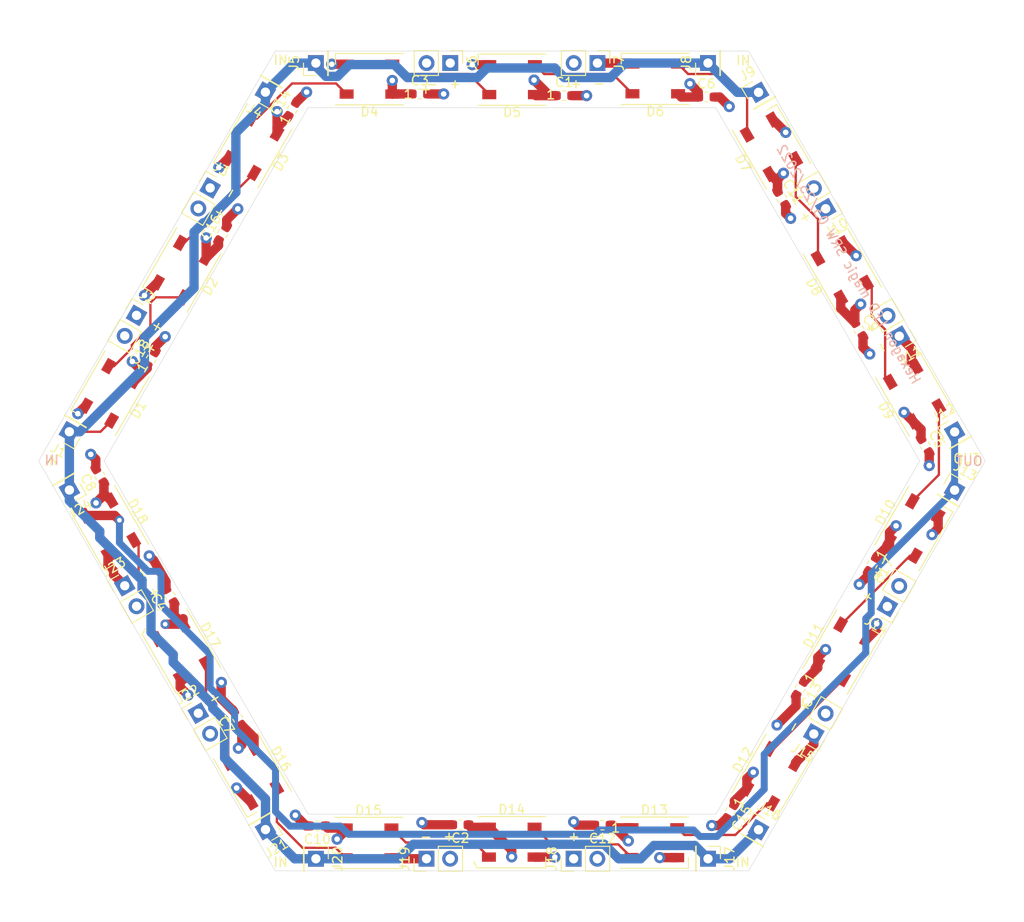
<source format=kicad_pcb>
(kicad_pcb (version 20171130) (host pcbnew "(5.1.6-0-10_14)")
  (layers (0 F.Cu signal) (1 GND signal hide) (2 PWR signal hide) (31 B.Cu signal hide) (34 B.Paste user) (35 F.Paste user) (36 B.SilkS user) (37 F.SilkS user) (38 B.Mask user) (39 F.Mask user) (44 Edge.Cuts user))
  (net 0 "")
  (net 1 GND)
  (net 2 "Net-(D1-Pad2)")
  (net 3 +5V)
  (net 4 "Net-(D2-Pad2)")
  (net 5 "Net-(D3-Pad2)")
  (net 6 "Net-(D4-Pad2)")
  (net 7 "Net-(D5-Pad2)")
  (net 8 "Net-(D6-Pad2)")
  (net 9 "Net-(D7-Pad2)")
  (net 10 "Net-(D8-Pad2)")
  (net 11 "Net-(D10-Pad4)")
  (net 12 "Net-(D11-Pad2)")
  (net 13 "Net-(D12-Pad2)")
  (net 14 "Net-(D13-Pad2)")
  (net 15 "Net-(D14-Pad2)")
  (net 16 "Net-(D15-Pad2)")
  (net 17 "Net-(D16-Pad2)")
  (net 18 "Net-(D17-Pad2)")
  (net 19 /in)
  (net 20 /int)
  (net 21 /out)
  (module Connector_PinHeader_2.54mm:PinHeader_1x02_P2.54mm_Vertical (layer F.Cu) (at 131.576451 133.676989 30)
    (fp_text reference J22 (at 0 -2.33 30) (layer F.SilkS))
    (fp_text value Conn_01x02_Male)
    (pad 2 thru_hole oval (at 0 2.54 30) (size 1.7 1.7) (drill 1) (layers *.Cu *.Mask) (net 1 GND))
    (pad 1 thru_hole rect (at 0 0 30) (size 1.7 1.7) (drill 1) (layers *.Cu *.Mask) (net 3 +5V))
  )
  (module Connector_PinHeader_2.54mm:PinHeader_1x02_P2.54mm_Vertical (layer F.Cu) (at 171.862651 149.293748 90)
    (fp_text reference J18 (at 0 -2.33 90) (layer F.SilkS))
    (fp_text value Conn_01x02_Male)
    (pad 1 thru_hole rect (at 0 0 90) (size 1.7 1.7) (drill 1) (layers *.Cu *.Mask) (net 3 +5V))
    (pad 2 thru_hole oval (at 0 2.54 90) (size 1.7 1.7) (drill 1) (layers *.Cu *.Mask) (net 1 GND))
  )
  (module Connector_PinHeader_2.54mm:PinHeader_1x01_P2.54mm_Vertical (layer F.Cu) (at 186.284307 149.292789 270)
    (fp_text reference J17 (at 0 -2.33 90) (layer F.SilkS))
    (fp_text value Conn_01x01_Male)
    (pad 1 thru_hole rect (at 0 0 270) (size 1.7 1.7) (drill 1) (layers *.Cu *.Mask) (net 19 /in))
  )
  (module Connector_PinHeader_2.54mm:PinHeader_1x01_P2.54mm_Vertical (layer F.Cu) (at 144.197683 149.296615 270)
    (fp_text reference J20 (at 0 -2.33 90) (layer F.SilkS))
    (fp_text value Conn_01x01_Male)
    (pad 1 thru_hole rect (at 0 0 270) (size 1.7 1.7) (drill 1) (layers *.Cu *.Mask) (net 19 /in))
  )
  (module Connector_PinHeader_2.54mm:PinHeader_1x01_P2.54mm_Vertical (layer F.Cu) (at 138.788109 146.166031 210)
    (fp_text reference J21 (at 0 -2.33 30) (layer F.SilkS))
    (fp_text value Conn_01x01_Male)
    (pad 1 thru_hole rect (at 0 0 210) (size 1.7 1.7) (drill 1) (layers *.Cu *.Mask) (net 19 /in))
  )
  (module Connector_PinHeader_2.54mm:PinHeader_1x02_P2.54mm_Vertical (layer F.Cu) (at 123.679225 119.995388 30)
    (fp_text reference J23 (at 0 -2.33 30) (layer F.SilkS))
    (fp_text value Conn_01x02_Male)
    (pad 1 thru_hole rect (at 0 0 30) (size 1.7 1.7) (drill 1) (layers *.Cu *.Mask) (net 1 GND))
    (pad 2 thru_hole oval (at 0 2.54 30) (size 1.7 1.7) (drill 1) (layers *.Cu *.Mask) (net 3 +5V))
  )
  (module Connector_PinHeader_2.54mm:PinHeader_1x01_P2.54mm_Vertical (layer F.Cu) (at 117.741483 109.719858 210)
    (fp_text reference J24 (at 0 -2.33 30) (layer F.SilkS))
    (fp_text value Conn_01x01_Male)
    (pad 1 thru_hole rect (at 0 0 210) (size 1.7 1.7) (drill 1) (layers *.Cu *.Mask) (net 19 /in))
  )
  (module LED_SMD:LED_WS2812B_PLCC4_5.0x5.0mm_P3.2mm (layer F.Cu) (at 122.041129 113.772652 300)
    (fp_text reference D18 (at 0 -3.5 120) (layer F.SilkS))
    (fp_text value WS2812B)
    (pad 3 smd rect (at 2.45 1.6 300) (size 1.5 1) (layers F.Cu F.Paste F.Mask) (net 1 GND))
    (pad 4 smd rect (at 2.45 -1.6 300) (size 1.5 1) (layers F.Cu F.Paste F.Mask) (net 18 "Net-(D17-Pad2)"))
    (pad 2 smd rect (at -2.45 1.6 300) (size 1.5 1) (layers F.Cu F.Paste F.Mask) (net 21 /out))
    (pad 1 smd rect (at -2.45 -1.6 300) (size 1.5 1) (layers F.Cu F.Paste F.Mask) (net 3 +5V))
  )
  (module Connector_PinHeader_2.54mm:PinHeader_1x02_P2.54mm_Vertical (layer F.Cu) (at 156.065424 149.292147 90)
    (fp_text reference J19 (at 0 -2.33 90) (layer F.SilkS))
    (fp_text value Conn_01x02_Male)
    (pad 2 thru_hole oval (at 0 2.54 90) (size 1.7 1.7) (drill 1) (layers *.Cu *.Mask) (net 3 +5V))
    (pad 1 thru_hole rect (at 0 0 90) (size 1.7 1.7) (drill 1) (layers *.Cu *.Mask) (net 1 GND))
  )
  (module LED_SMD:LED_WS2812B_PLCC4_5.0x5.0mm_P3.2mm (layer F.Cu) (at 137.398552 140.324637 300)
    (fp_text reference D16 (at 0 -3.5 120) (layer F.SilkS))
    (fp_text value WS2812B)
    (pad 3 smd rect (at 2.45 1.6 300) (size 1.5 1) (layers F.Cu F.Paste F.Mask) (net 1 GND))
    (pad 4 smd rect (at 2.45 -1.6 300) (size 1.5 1) (layers F.Cu F.Paste F.Mask) (net 16 "Net-(D15-Pad2)"))
    (pad 2 smd rect (at -2.45 1.6 300) (size 1.5 1) (layers F.Cu F.Paste F.Mask) (net 17 "Net-(D16-Pad2)"))
    (pad 1 smd rect (at -2.45 -1.6 300) (size 1.5 1) (layers F.Cu F.Paste F.Mask) (net 3 +5V))
  )
  (module Connector_PinHeader_2.54mm:PinHeader_1x02_P2.54mm_Vertical (layer F.Cu) (at 205.535273 122.223545 150)
    (fp_text reference J14 (at 0 -2.33 150) (layer F.SilkS))
    (fp_text value Conn_01x02_Male)
    (pad 2 thru_hole oval (at 0 2.54 150) (size 1.7 1.7) (drill 1) (layers *.Cu *.Mask) (net 1 GND))
    (pad 1 thru_hole rect (at 0 0 150) (size 1.7 1.7) (drill 1) (layers *.Cu *.Mask) (net 3 +5V))
  )
  (module Connector_PinHeader_2.54mm:PinHeader_1x02_P2.54mm_Vertical (layer F.Cu) (at 197.635273 135.903544 150)
    (fp_text reference J15 (at 0 -2.33 150) (layer F.SilkS))
    (fp_text value Conn_01x02_Male)
    (pad 1 thru_hole rect (at 0 0 150) (size 1.7 1.7) (drill 1) (layers *.Cu *.Mask) (net 1 GND))
    (pad 2 thru_hole oval (at 0 2.54 150) (size 1.7 1.7) (drill 1) (layers *.Cu *.Mask) (net 3 +5V))
  )
  (module Connector_PinHeader_2.54mm:PinHeader_1x01_P2.54mm_Vertical (layer F.Cu) (at 212.745272 109.733545 330)
    (fp_text reference J13 (at 0 -2.33 150) (layer F.SilkS))
    (fp_text value Conn_01x01_Male)
    (pad 1 thru_hole rect (at 0 0 330) (size 1.7 1.7) (drill 1) (layers *.Cu *.Mask) (net 21 /out))
  )
  (module LED_SMD:LED_WS2812B_PLCC4_5.0x5.0mm_P3.2mm (layer F.Cu) (at 208.375274 113.853544 60)
    (fp_text reference D10 (at 0 -3.5 60) (layer F.SilkS))
    (fp_text value WS2812B)
    (fp_text user 1 (at -4.15 -1.6 60) (layer F.SilkS))
    (pad 1 smd rect (at -2.45 -1.6 60) (size 1.5 1) (layers F.Cu F.Paste F.Mask) (net 3 +5V))
    (pad 2 smd rect (at -2.45 1.6 60) (size 1.5 1) (layers F.Cu F.Paste F.Mask) (net 20 /int))
    (pad 4 smd rect (at 2.45 -1.6 60) (size 1.5 1) (layers F.Cu F.Paste F.Mask) (net 11 "Net-(D10-Pad4)"))
    (pad 3 smd rect (at 2.45 1.6 60) (size 1.5 1) (layers F.Cu F.Paste F.Mask) (net 1 GND))
  )
  (module Connector_PinHeader_2.54mm:PinHeader_1x01_P2.54mm_Vertical (layer F.Cu) (at 191.705273 146.183544 330)
    (fp_text reference J16 (at 0 -2.33 150) (layer F.SilkS))
    (fp_text value Conn_01x01_Male)
    (pad 1 thru_hole rect (at 0 0 330) (size 1.7 1.7) (drill 1) (layers *.Cu *.Mask) (net 19 /in))
  )
  (module LED_SMD:LED_WS2812B_PLCC4_5.0x5.0mm_P3.2mm (layer F.Cu) (at 193.065273 140.433544 60)
    (fp_text reference D12 (at 0 -3.5 60) (layer F.SilkS))
    (fp_text value WS2812B)
    (fp_text user 1 (at -4.15 -1.6 60) (layer F.SilkS))
    (pad 3 smd rect (at 2.45 1.6 60) (size 1.5 1) (layers F.Cu F.Paste F.Mask) (net 1 GND))
    (pad 4 smd rect (at 2.45 -1.6 60) (size 1.5 1) (layers F.Cu F.Paste F.Mask) (net 12 "Net-(D11-Pad2)"))
    (pad 2 smd rect (at -2.45 1.6 60) (size 1.5 1) (layers F.Cu F.Paste F.Mask) (net 13 "Net-(D12-Pad2)"))
    (pad 1 smd rect (at -2.45 -1.6 60) (size 1.5 1) (layers F.Cu F.Paste F.Mask) (net 3 +5V))
  )
  (module LED_SMD:LED_WS2812B_PLCC4_5.0x5.0mm_P3.2mm (layer F.Cu) (at 200.675273 127.083544 60)
    (fp_text reference D11 (at 0 -3.5 60) (layer F.SilkS))
    (fp_text value WS2812B)
    (fp_text user 1 (at -4.15 -1.6 60) (layer F.SilkS))
    (pad 3 smd rect (at 2.45 1.6 60) (size 1.5 1) (layers F.Cu F.Paste F.Mask) (net 1 GND))
    (pad 4 smd rect (at 2.45 -1.6 60) (size 1.5 1) (layers F.Cu F.Paste F.Mask) (net 20 /int))
    (pad 2 smd rect (at -2.45 1.6 60) (size 1.5 1) (layers F.Cu F.Paste F.Mask) (net 12 "Net-(D11-Pad2)"))
    (pad 1 smd rect (at -2.45 -1.6 60) (size 1.5 1) (layers F.Cu F.Paste F.Mask) (net 3 +5V))
  )
  (module LED_SMD:LED_WS2812B_PLCC4_5.0x5.0mm_P3.2mm (layer F.Cu) (at 208.452005 99.430629 120)
    (fp_text reference D9 (at 0 -3.5 120) (layer F.SilkS))
    (fp_text value WS2812B)
    (pad 1 smd rect (at -2.45 -1.6 120) (size 1.5 1) (layers F.Cu F.Paste F.Mask) (net 3 +5V))
    (pad 2 smd rect (at -2.45 1.6 120) (size 1.5 1) (layers F.Cu F.Paste F.Mask) (net 11 "Net-(D10-Pad4)"))
    (pad 4 smd rect (at 2.45 -1.6 120) (size 1.5 1) (layers F.Cu F.Paste F.Mask) (net 10 "Net-(D8-Pad2)"))
    (pad 3 smd rect (at 2.45 1.6 120) (size 1.5 1) (layers F.Cu F.Paste F.Mask) (net 1 GND))
  )
  (module LED_SMD:LED_WS2812B_PLCC4_5.0x5.0mm_P3.2mm (layer F.Cu) (at 193.088049 72.88178 120)
    (fp_text reference D7 (at 0 -3.5 120) (layer F.SilkS))
    (fp_text value WS2812B)
    (pad 3 smd rect (at 2.45 1.6 120) (size 1.5 1) (layers F.Cu F.Paste F.Mask) (net 1 GND))
    (pad 4 smd rect (at 2.45 -1.6 120) (size 1.5 1) (layers F.Cu F.Paste F.Mask) (net 8 "Net-(D6-Pad2)"))
    (pad 2 smd rect (at -2.45 1.6 120) (size 1.5 1) (layers F.Cu F.Paste F.Mask) (net 9 "Net-(D7-Pad2)"))
    (pad 1 smd rect (at -2.45 -1.6 120) (size 1.5 1) (layers F.Cu F.Paste F.Mask) (net 3 +5V))
  )
  (module Connector_PinHeader_2.54mm:PinHeader_1x01_P2.54mm_Vertical (layer F.Cu) (at 212.75165 103.483424 30)
    (fp_text reference J12 (at 0 -2.33 30) (layer F.SilkS))
    (fp_text value Conn_01x01_Male)
    (pad 1 thru_hole rect (at 0 0 30) (size 1.7 1.7) (drill 1) (layers *.Cu *.Mask) (net 21 /out))
  )
  (module Connector_PinHeader_2.54mm:PinHeader_1x01_P2.54mm_Vertical (layer F.Cu) (at 191.705025 67.037252 30)
    (fp_text reference J9 (at 0 -2.33 30) (layer F.SilkS))
    (fp_text value Conn_01x01_Male)
    (pad 1 thru_hole rect (at 0 0 30) (size 1.7 1.7) (drill 1) (layers *.Cu *.Mask) (net 19 /in))
  )
  (module Connector_PinHeader_2.54mm:PinHeader_1x02_P2.54mm_Vertical (layer F.Cu) (at 198.916683 79.526293 210)
    (fp_text reference J10 (at 0 -2.33 30) (layer F.SilkS))
    (fp_text value Conn_01x02_Male)
    (pad 1 thru_hole rect (at 0 0 210) (size 1.7 1.7) (drill 1) (layers *.Cu *.Mask) (net 3 +5V))
    (pad 2 thru_hole oval (at 0 2.54 210) (size 1.7 1.7) (drill 1) (layers *.Cu *.Mask) (net 1 GND))
  )
  (module Connector_PinHeader_2.54mm:PinHeader_1x02_P2.54mm_Vertical (layer F.Cu) (at 206.81391 93.207893 210)
    (fp_text reference J11 (at 0 -2.33 30) (layer F.SilkS))
    (fp_text value Conn_01x02_Male)
    (pad 2 thru_hole oval (at 0 2.54 210) (size 1.7 1.7) (drill 1) (layers *.Cu *.Mask) (net 3 +5V))
    (pad 1 thru_hole rect (at 0 0 210) (size 1.7 1.7) (drill 1) (layers *.Cu *.Mask) (net 1 GND))
  )
  (module LED_SMD:LED_WS2812B_PLCC4_5.0x5.0mm_P3.2mm (layer F.Cu) (at 200.695565 86.165177 120)
    (fp_text reference D8 (at 0 -3.5 120) (layer F.SilkS))
    (fp_text value WS2812B)
    (pad 1 smd rect (at -2.45 -1.6 120) (size 1.5 1) (layers F.Cu F.Paste F.Mask) (net 3 +5V))
    (pad 2 smd rect (at -2.45 1.6 120) (size 1.5 1) (layers F.Cu F.Paste F.Mask) (net 10 "Net-(D8-Pad2)"))
    (pad 4 smd rect (at 2.45 -1.6 120) (size 1.5 1) (layers F.Cu F.Paste F.Mask) (net 9 "Net-(D7-Pad2)"))
    (pad 3 smd rect (at 2.45 1.6 120) (size 1.5 1) (layers F.Cu F.Paste F.Mask) (net 1 GND))
  )
  (module Connector_PinHeader_2.54mm:PinHeader_1x02_P2.54mm_Vertical (layer F.Cu) (at 158.614808 63.896332 270)
    (fp_text reference J6 (at 0 -2.33 90) (layer F.SilkS))
    (fp_text value Conn_01x02_Male)
    (pad 2 thru_hole oval (at 0 2.54 270) (size 1.7 1.7) (drill 1) (layers *.Cu *.Mask) (net 1 GND))
    (pad 1 thru_hole rect (at 0 0 270) (size 1.7 1.7) (drill 1) (layers *.Cu *.Mask) (net 3 +5V))
  )
  (module Connector_PinHeader_2.54mm:PinHeader_1x02_P2.54mm_Vertical (layer F.Cu) (at 174.412035 63.897933 270)
    (fp_text reference J7 (at 0 -2.33 90) (layer F.SilkS))
    (fp_text value Conn_01x02_Male)
    (pad 1 thru_hole rect (at 0 0 270) (size 1.7 1.7) (drill 1) (layers *.Cu *.Mask) (net 1 GND))
    (pad 2 thru_hole oval (at 0 2.54 270) (size 1.7 1.7) (drill 1) (layers *.Cu *.Mask) (net 3 +5V))
  )
  (module Connector_PinHeader_2.54mm:PinHeader_1x01_P2.54mm_Vertical (layer F.Cu) (at 144.193151 63.897289 90)
    (fp_text reference J5 (at 0 -2.33 90) (layer F.SilkS))
    (fp_text value Conn_01x01_Male)
    (pad 1 thru_hole rect (at 0 0 90) (size 1.7 1.7) (drill 1) (layers *.Cu *.Mask) (net 19 /in))
  )
  (module LED_SMD:LED_WS2812B_PLCC4_5.0x5.0mm_P3.2mm (layer F.Cu) (at 149.946174 65.621819 180)
    (fp_text reference D4 (at 0 -3.5) (layer F.SilkS))
    (fp_text value WS2812B)
    (fp_text user 1 (at -4.15 -1.6) (layer F.SilkS))
    (pad 1 smd rect (at -2.45 -1.6 180) (size 1.5 1) (layers F.Cu F.Paste F.Mask) (net 3 +5V))
    (pad 2 smd rect (at -2.45 1.6 180) (size 1.5 1) (layers F.Cu F.Paste F.Mask) (net 6 "Net-(D4-Pad2)"))
    (pad 4 smd rect (at 2.45 -1.6 180) (size 1.5 1) (layers F.Cu F.Paste F.Mask) (net 5 "Net-(D3-Pad2)"))
    (pad 3 smd rect (at 2.45 1.6 180) (size 1.5 1) (layers F.Cu F.Paste F.Mask) (net 1 GND))
  )
  (module Connector_PinHeader_2.54mm:PinHeader_1x01_P2.54mm_Vertical (layer F.Cu) (at 186.279776 63.893464 90)
    (fp_text reference J8 (at 0 -2.33 90) (layer F.SilkS))
    (fp_text value Conn_01x01_Male)
    (pad 1 thru_hole rect (at 0 0 90) (size 1.7 1.7) (drill 1) (layers *.Cu *.Mask) (net 19 /in))
  )
  (module LED_SMD:LED_WS2812B_PLCC4_5.0x5.0mm_P3.2mm (layer F.Cu) (at 180.62013 65.590669 180)
    (fp_text reference D6 (at 0 -3.5) (layer F.SilkS))
    (fp_text value WS2812B)
    (pad 3 smd rect (at 2.45 1.6 180) (size 1.5 1) (layers F.Cu F.Paste F.Mask) (net 1 GND))
    (pad 4 smd rect (at 2.45 -1.6 180) (size 1.5 1) (layers F.Cu F.Paste F.Mask) (net 7 "Net-(D5-Pad2)"))
    (pad 2 smd rect (at -2.45 1.6 180) (size 1.5 1) (layers F.Cu F.Paste F.Mask) (net 8 "Net-(D6-Pad2)"))
    (pad 1 smd rect (at -2.45 -1.6 180) (size 1.5 1) (layers F.Cu F.Paste F.Mask) (net 3 +5V))
  )
  (module LED_SMD:LED_WS2812B_PLCC4_5.0x5.0mm_P3.2mm (layer F.Cu) (at 165.253691 65.675216 180)
    (fp_text reference D5 (at 0 -3.5) (layer F.SilkS))
    (fp_text value WS2812B)
    (fp_text user 1 (at -4.15 -1.6) (layer F.SilkS))
    (pad 3 smd rect (at 2.45 1.6 180) (size 1.5 1) (layers F.Cu F.Paste F.Mask) (net 1 GND))
    (pad 4 smd rect (at 2.45 -1.6 180) (size 1.5 1) (layers F.Cu F.Paste F.Mask) (net 6 "Net-(D4-Pad2)"))
    (pad 2 smd rect (at -2.45 1.6 180) (size 1.5 1) (layers F.Cu F.Paste F.Mask) (net 7 "Net-(D5-Pad2)"))
    (pad 1 smd rect (at -2.45 -1.6 180) (size 1.5 1) (layers F.Cu F.Paste F.Mask) (net 3 +5V))
  )
  (module LED_SMD:LED_WS2812B_PLCC4_5.0x5.0mm_P3.2mm (layer F.Cu) (at 137.417198 72.766826 240)
    (fp_text reference D3 (at 0 -3.5 60) (layer F.SilkS))
    (fp_text value WS2812B)
    (fp_text user 1 (at -4.15 -1.6 60) (layer F.SilkS))
    (pad 1 smd rect (at -2.45 -1.6 240) (size 1.5 1) (layers F.Cu F.Paste F.Mask) (net 3 +5V))
    (pad 2 smd rect (at -2.45 1.6 240) (size 1.5 1) (layers F.Cu F.Paste F.Mask) (net 5 "Net-(D3-Pad2)"))
    (pad 4 smd rect (at 2.45 -1.6 240) (size 1.5 1) (layers F.Cu F.Paste F.Mask) (net 4 "Net-(D2-Pad2)"))
    (pad 3 smd rect (at 2.45 1.6 240) (size 1.5 1) (layers F.Cu F.Paste F.Mask) (net 1 GND))
  )
  (module LED_SMD:LED_WS2812B_PLCC4_5.0x5.0mm_P3.2mm (layer F.Cu) (at 122.107198 99.346826 240)
    (fp_text reference D1 (at 0 -3.5 60) (layer F.SilkS))
    (fp_text value WS2812B)
    (fp_text user 1 (at -4.15 -1.6 60) (layer F.SilkS))
    (pad 3 smd rect (at 2.45 1.6 240) (size 1.5 1) (layers F.Cu F.Paste F.Mask) (net 1 GND))
    (pad 4 smd rect (at 2.45 -1.6 240) (size 1.5 1) (layers F.Cu F.Paste F.Mask) (net 19 /in))
    (pad 2 smd rect (at -2.45 1.6 240) (size 1.5 1) (layers F.Cu F.Paste F.Mask) (net 2 "Net-(D1-Pad2)"))
    (pad 1 smd rect (at -2.45 -1.6 240) (size 1.5 1) (layers F.Cu F.Paste F.Mask) (net 3 +5V))
  )
  (module Connector_PinHeader_2.54mm:PinHeader_1x01_P2.54mm_Vertical (layer F.Cu) (at 138.777199 67.016826 150)
    (fp_text reference J4 (at 0 -2.33 150) (layer F.SilkS))
    (fp_text value Conn_01x01_Male)
    (pad 1 thru_hole rect (at 0 0 150) (size 1.7 1.7) (drill 1) (layers *.Cu *.Mask) (net 19 /in))
  )
  (module Connector_PinHeader_2.54mm:PinHeader_1x01_P2.54mm_Vertical (layer F.Cu) (at 117.7372 103.466824 150)
    (fp_text reference J1 (at 0 -2.33 150) (layer F.SilkS))
    (fp_text value Conn_01x01_Male)
    (pad 1 thru_hole rect (at 0 0 150) (size 1.7 1.7) (drill 1) (layers *.Cu *.Mask) (net 19 /in))
  )
  (module Connector_PinHeader_2.54mm:PinHeader_1x02_P2.54mm_Vertical (layer F.Cu) (at 124.947198 90.976825 330)
    (fp_text reference J2 (at 0 -2.33 150) (layer F.SilkS))
    (fp_text value Conn_01x02_Male)
    (pad 1 thru_hole rect (at 0 0 330) (size 1.7 1.7) (drill 1) (layers *.Cu *.Mask) (net 3 +5V))
    (pad 2 thru_hole oval (at 0 2.54 330) (size 1.7 1.7) (drill 1) (layers *.Cu *.Mask) (net 1 GND))
  )
  (module Connector_PinHeader_2.54mm:PinHeader_1x02_P2.54mm_Vertical (layer F.Cu) (at 132.847198 77.296826 330)
    (fp_text reference J3 (at 0 -2.33 150) (layer F.SilkS))
    (fp_text value Conn_01x02_Male)
    (pad 2 thru_hole oval (at 0 2.54 330) (size 1.7 1.7) (drill 1) (layers *.Cu *.Mask) (net 3 +5V))
    (pad 1 thru_hole rect (at 0 0 330) (size 1.7 1.7) (drill 1) (layers *.Cu *.Mask) (net 1 GND))
  )
  (module LED_SMD:LED_WS2812B_PLCC4_5.0x5.0mm_P3.2mm (layer F.Cu) (at 129.807199 86.116826 240)
    (fp_text reference D2 (at 0 -3.5 60) (layer F.SilkS))
    (fp_text value WS2812B)
    (pad 1 smd rect (at -2.45 -1.6 240) (size 1.5 1) (layers F.Cu F.Paste F.Mask) (net 3 +5V))
    (pad 2 smd rect (at -2.45 1.6 240) (size 1.5 1) (layers F.Cu F.Paste F.Mask) (net 4 "Net-(D2-Pad2)"))
    (pad 4 smd rect (at 2.45 -1.6 240) (size 1.5 1) (layers F.Cu F.Paste F.Mask) (net 2 "Net-(D1-Pad2)"))
    (pad 3 smd rect (at 2.45 1.6 240) (size 1.5 1) (layers F.Cu F.Paste F.Mask) (net 1 GND))
  )
  (module LED_SMD:LED_WS2812B_PLCC4_5.0x5.0mm_P3.2mm (layer F.Cu) (at 180.524753 147.571394)
    (fp_text reference D13 (at 0 -3.5) (layer F.SilkS))
    (fp_text value WS2812B)
    (fp_text user 1 (at -4.15 -1.6) (layer F.SilkS))
    (pad 1 smd rect (at -2.45 -1.6) (size 1.5 1) (layers F.Cu F.Paste F.Mask) (net 3 +5V))
    (pad 2 smd rect (at -2.45 1.6) (size 1.5 1) (layers F.Cu F.Paste F.Mask) (net 14 "Net-(D13-Pad2)"))
    (pad 4 smd rect (at 2.45 -1.6) (size 1.5 1) (layers F.Cu F.Paste F.Mask) (net 13 "Net-(D12-Pad2)"))
    (pad 3 smd rect (at 2.45 1.6) (size 1.5 1) (layers F.Cu F.Paste F.Mask) (net 1 GND))
  )
  (module LED_SMD:LED_WS2812B_PLCC4_5.0x5.0mm_P3.2mm (layer F.Cu) (at 149.850797 147.602545)
    (fp_text reference D15 (at 0 -3.5) (layer F.SilkS))
    (fp_text value WS2812B)
    (pad 3 smd rect (at 2.45 1.6) (size 1.5 1) (layers F.Cu F.Paste F.Mask) (net 1 GND))
    (pad 4 smd rect (at 2.45 -1.6) (size 1.5 1) (layers F.Cu F.Paste F.Mask) (net 15 "Net-(D14-Pad2)"))
    (pad 2 smd rect (at -2.45 1.6) (size 1.5 1) (layers F.Cu F.Paste F.Mask) (net 16 "Net-(D15-Pad2)"))
    (pad 1 smd rect (at -2.45 -1.6) (size 1.5 1) (layers F.Cu F.Paste F.Mask) (net 3 +5V))
  )
  (module LED_SMD:LED_WS2812B_PLCC4_5.0x5.0mm_P3.2mm (layer F.Cu) (at 165.217236 147.517998)
    (fp_text reference D14 (at 0 -3.5) (layer F.SilkS))
    (fp_text value WS2812B)
    (pad 3 smd rect (at 2.45 1.6) (size 1.5 1) (layers F.Cu F.Paste F.Mask) (net 1 GND))
    (pad 4 smd rect (at 2.45 -1.6) (size 1.5 1) (layers F.Cu F.Paste F.Mask) (net 14 "Net-(D13-Pad2)"))
    (pad 2 smd rect (at -2.45 1.6) (size 1.5 1) (layers F.Cu F.Paste F.Mask) (net 15 "Net-(D14-Pad2)"))
    (pad 1 smd rect (at -2.45 -1.6) (size 1.5 1) (layers F.Cu F.Paste F.Mask) (net 3 +5V))
  )
  (module LED_SMD:LED_WS2812B_PLCC4_5.0x5.0mm_P3.2mm (layer F.Cu) (at 129.791036 127.04124 300)
    (fp_text reference D17 (at 0 -3.5 120) (layer F.SilkS))
    (fp_text value WS2812B)
    (pad 1 smd rect (at -2.45 -1.6 300) (size 1.5 1) (layers F.Cu F.Paste F.Mask) (net 3 +5V))
    (pad 2 smd rect (at -2.45 1.6 300) (size 1.5 1) (layers F.Cu F.Paste F.Mask) (net 18 "Net-(D17-Pad2)"))
    (pad 4 smd rect (at 2.45 -1.6 300) (size 1.5 1) (layers F.Cu F.Paste F.Mask) (net 17 "Net-(D16-Pad2)"))
    (pad 3 smd rect (at 2.45 1.6 300) (size 1.5 1) (layers F.Cu F.Paste F.Mask) (net 1 GND))
  )
  (module Capacitor_SMD:C_0603_1608Metric_Pad1.05x0.95mm_HandSolder (layer F.Cu) (at 170.83 67.39)
    (fp_text reference C1 (at 0 -1.43) (layer F.SilkS))
    (fp_text value C)
    (pad 2 smd roundrect (at 0.875 0) (size 1.05 0.95) (layers F.Cu F.Paste F.Mask) (net 1 GND))
    (pad 1 smd roundrect (at -0.875 0) (size 1.05 0.95) (layers F.Cu F.Paste F.Mask) (net 3 +5V))
  )
  (module Capacitor_SMD:C_0603_1608Metric_Pad1.05x0.95mm_HandSolder (layer F.Cu) (at 159.7 145.65 180)
    (fp_text reference C2 (at 0 -1.43) (layer F.SilkS))
    (fp_text value C)
    (pad 2 smd roundrect (at 0.875 0 180) (size 1.05 0.95) (layers F.Cu F.Paste F.Mask) (net 1 GND))
    (pad 1 smd roundrect (at -0.875 0 180) (size 1.05 0.95) (layers F.Cu F.Paste F.Mask) (net 3 +5V))
  )
  (module Capacitor_SMD:C_0603_1608Metric_Pad1.05x0.95mm_HandSolder (layer F.Cu) (at 155.355 67.21)
    (fp_text reference C3 (at 0 -1.43) (layer F.SilkS))
    (fp_text value C)
    (pad 1 smd roundrect (at -0.875 0) (size 1.05 0.95) (layers F.Cu F.Paste F.Mask) (net 3 +5V))
    (pad 2 smd roundrect (at 0.875 0) (size 1.05 0.95) (layers F.Cu F.Paste F.Mask) (net 1 GND))
  )
  (module Capacitor_SMD:C_0603_1608Metric_Pad1.05x0.95mm_HandSolder (layer F.Cu) (at 128.5475 121.067772 120)
    (fp_text reference C4 (at 0 -1.43 120) (layer F.SilkS))
    (fp_text value C)
    (pad 2 smd roundrect (at 0.875 0 120) (size 1.05 0.95) (layers F.Cu F.Paste F.Mask) (net 1 GND))
    (pad 1 smd roundrect (at -0.875 0 120) (size 1.05 0.95) (layers F.Cu F.Paste F.Mask) (net 3 +5V))
  )
  (module Capacitor_SMD:C_0603_1608Metric_Pad1.05x0.95mm_HandSolder (layer F.Cu) (at 209.5875 104.957772 300)
    (fp_text reference C5 (at 0 -1.43 120) (layer F.SilkS))
    (fp_text value C)
    (pad 2 smd roundrect (at 0.875 0 300) (size 1.05 0.95) (layers F.Cu F.Paste F.Mask) (net 1 GND))
    (pad 1 smd roundrect (at -0.875 0 300) (size 1.05 0.95) (layers F.Cu F.Paste F.Mask) (net 3 +5V))
  )
  (module Capacitor_SMD:C_0603_1608Metric_Pad1.05x0.95mm_HandSolder (layer F.Cu) (at 186.105 67.54)
    (fp_text reference C6 (at 0 -1.43) (layer F.SilkS))
    (fp_text value C)
    (pad 2 smd roundrect (at 0.875 0) (size 1.05 0.95) (layers F.Cu F.Paste F.Mask) (net 1 GND))
    (pad 1 smd roundrect (at -0.875 0) (size 1.05 0.95) (layers F.Cu F.Paste F.Mask) (net 3 +5V))
  )
  (module Capacitor_SMD:C_0603_1608Metric_Pad1.05x0.95mm_HandSolder (layer F.Cu) (at 135.81 134.22 120)
    (fp_text reference C7 (at 0 -1.43 120) (layer F.SilkS))
    (fp_text value C)
    (pad 2 smd roundrect (at 0.875 0 120) (size 1.05 0.95) (layers F.Cu F.Paste F.Mask) (net 1 GND))
    (pad 1 smd roundrect (at -0.875 0 120) (size 1.05 0.95) (layers F.Cu F.Paste F.Mask) (net 3 +5V))
  )
  (module Capacitor_SMD:C_0603_1608Metric_Pad1.05x0.95mm_HandSolder (layer F.Cu) (at 121.0075 108.197772 120)
    (fp_text reference C8 (at 0 -1.43 120) (layer F.SilkS))
    (fp_text value C)
    (pad 2 smd roundrect (at 0.875 0 120) (size 1.05 0.95) (layers F.Cu F.Paste F.Mask) (net 1 GND))
    (pad 1 smd roundrect (at -0.875 0 120) (size 1.05 0.95) (layers F.Cu F.Paste F.Mask) (net 3 +5V))
  )
  (module Capacitor_SMD:C_0603_1608Metric_Pad1.05x0.95mm_HandSolder (layer F.Cu) (at 202.48 92.5 300)
    (fp_text reference C9 (at 0 -1.43 120) (layer F.SilkS))
    (fp_text value C)
    (pad 2 smd roundrect (at 0.875 0 300) (size 1.05 0.95) (layers F.Cu F.Paste F.Mask) (net 1 GND))
    (pad 1 smd roundrect (at -0.875 0 300) (size 1.05 0.95) (layers F.Cu F.Paste F.Mask) (net 3 +5V))
  )
  (module Capacitor_SMD:C_0603_1608Metric_Pad1.05x0.95mm_HandSolder (layer F.Cu) (at 144.355 145.77 180)
    (fp_text reference C10 (at 0 -1.43) (layer F.SilkS))
    (fp_text value C)
    (pad 1 smd roundrect (at -0.875 0 180) (size 1.05 0.95) (layers F.Cu F.Paste F.Mask) (net 3 +5V))
    (pad 2 smd roundrect (at 0.875 0 180) (size 1.05 0.95) (layers F.Cu F.Paste F.Mask) (net 1 GND))
  )
  (module Capacitor_SMD:C_0603_1608Metric_Pad1.05x0.95mm_HandSolder (layer F.Cu) (at 194.18 78.42 300)
    (fp_text reference C11 (at 0 -1.43 120) (layer F.SilkS))
    (fp_text value C)
    (pad 1 smd roundrect (at -0.875 0 300) (size 1.05 0.95) (layers F.Cu F.Paste F.Mask) (net 3 +5V))
    (pad 2 smd roundrect (at 0.875 0 300) (size 1.05 0.95) (layers F.Cu F.Paste F.Mask) (net 1 GND))
  )
  (module Capacitor_SMD:C_0603_1608Metric_Pad1.05x0.95mm_HandSolder (layer F.Cu) (at 174.945 145.69 180)
    (fp_text reference C12 (at 0 -1.43) (layer F.SilkS))
    (fp_text value C)
    (pad 1 smd roundrect (at -0.875 0 180) (size 1.05 0.95) (layers F.Cu F.Paste F.Mask) (net 3 +5V))
    (pad 2 smd roundrect (at 0.875 0 180) (size 1.05 0.95) (layers F.Cu F.Paste F.Mask) (net 1 GND))
  )
  (module Capacitor_SMD:C_0603_1608Metric_Pad1.05x0.95mm_HandSolder (layer F.Cu) (at 196.17 131.01 240)
    (fp_text reference C13 (at 0 -1.43 60) (layer F.SilkS))
    (fp_text value C)
    (pad 1 smd roundrect (at -0.875 0 240) (size 1.05 0.95) (layers F.Cu F.Paste F.Mask) (net 3 +5V))
    (pad 2 smd roundrect (at 0.875 0 240) (size 1.05 0.95) (layers F.Cu F.Paste F.Mask) (net 1 GND))
  )
  (module Capacitor_SMD:C_0603_1608Metric_Pad1.05x0.95mm_HandSolder (layer F.Cu) (at 141.6625 68.867772 60)
    (fp_text reference C14 (at 0 -1.43 60) (layer F.SilkS))
    (fp_text value C)
    (pad 1 smd roundrect (at -0.875 0 60) (size 1.05 0.95) (layers F.Cu F.Paste F.Mask) (net 3 +5V))
    (pad 2 smd roundrect (at 0.875 0 60) (size 1.05 0.95) (layers F.Cu F.Paste F.Mask) (net 1 GND))
  )
  (module Capacitor_SMD:C_0603_1608Metric_Pad1.05x0.95mm_HandSolder (layer F.Cu) (at 188.68 144.23 240)
    (fp_text reference C15 (at 0 -1.43 60) (layer F.SilkS))
    (fp_text value C)
    (pad 2 smd roundrect (at 0.875 0 240) (size 1.05 0.95) (layers F.Cu F.Paste F.Mask) (net 1 GND))
    (pad 1 smd roundrect (at -0.875 0 240) (size 1.05 0.95) (layers F.Cu F.Paste F.Mask) (net 3 +5V))
  )
  (module Capacitor_SMD:C_0603_1608Metric_Pad1.05x0.95mm_HandSolder (layer F.Cu) (at 134.1825 82.207772 60)
    (fp_text reference C16 (at 0 -1.43 60) (layer F.SilkS))
    (fp_text value C)
    (pad 1 smd roundrect (at -0.875 0 60) (size 1.05 0.95) (layers F.Cu F.Paste F.Mask) (net 3 +5V))
    (pad 2 smd roundrect (at 0.875 0 60) (size 1.05 0.95) (layers F.Cu F.Paste F.Mask) (net 1 GND))
  )
  (module Capacitor_SMD:C_0603_1608Metric_Pad1.05x0.95mm_HandSolder (layer F.Cu) (at 203.91 117.71 240)
    (fp_text reference C17 (at 0 -1.43 60) (layer F.SilkS))
    (fp_text value C)
    (pad 1 smd roundrect (at -0.875 0 240) (size 1.05 0.95) (layers F.Cu F.Paste F.Mask) (net 3 +5V))
    (pad 2 smd roundrect (at 0.875 0 240) (size 1.05 0.95) (layers F.Cu F.Paste F.Mask) (net 1 GND))
  )
  (module Capacitor_SMD:C_0603_1608Metric_Pad1.05x0.95mm_HandSolder (layer F.Cu) (at 126.5275 95.642228 60)
    (fp_text reference C18 (at 0 -1.43 60) (layer F.SilkS))
    (fp_text value C)
    (pad 1 smd roundrect (at -0.875 0 60) (size 1.05 0.95) (layers F.Cu F.Paste F.Mask) (net 3 +5V))
    (pad 2 smd roundrect (at 0.875 0 60) (size 1.05 0.95) (layers F.Cu F.Paste F.Mask) (net 1 GND))
  )
  (gr_text "Hexagon LED magic SRW 03/25/2022" (at 201.37 85.49 300) (layer B.SilkS) (effects (font (size 1 1)) (justify mirror)))
  (gr_text OUT (at 214.32 106.62) (layer B.SilkS) (effects (font (size 1 1)) (justify mirror)))
  (gr_text IN (at 115.84 106.54) (layer B.SilkS) (effects (font (size 1 1)) (justify mirror)))
  (gr_text OUT (at 214.04 106.35) (layer F.SilkS) (effects (font (size 1 1))))
  (gr_text IN (at 190.011865 149.688397) (layer F.SilkS) (effects (font (size 1 1))))
  (gr_text IN (at 140.421866 149.668397) (layer F.SilkS) (effects (font (size 1 1))))
  (gr_text + (at 196.775263 80.396769 300) (layer F.SilkS) (effects (font (size 1 1))))
  (gr_text - (at 195.505622 78.277686 300) (layer F.SilkS) (effects (font (size 1 1))))
  (gr_text + (at 203.644737 92.343231 120) (layer F.SilkS) (effects (font (size 1 1))))
  (gr_text - (at 204.914378 94.462314 120) (layer F.SilkS) (effects (font (size 1 1))))
  (gr_text + (at 203.505263 121.226769 240) (layer F.SilkS) (effects (font (size 1 1))))
  (gr_text - (at 204.705622 119.067686 240) (layer F.SilkS) (effects (font (size 1 1))))
  (gr_text + (at 196.634737 132.933231 60) (layer F.SilkS) (effects (font (size 1 1))))
  (gr_text - (at 195.434378 135.092314 60) (layer F.SilkS) (effects (font (size 1 1))))
  (gr_text + (at 171.89 147.03 180) (layer F.SilkS) (effects (font (size 1 1))))
  (gr_text - (at 174.36 146.99 180) (layer F.SilkS) (effects (font (size 1 1))))
  (gr_text + (at 158.49 146.87) (layer F.SilkS) (effects (font (size 1 1))))
  (gr_text - (at 156.02 146.91) (layer F.SilkS) (effects (font (size 1 1))))
  (gr_text + (at 133.304737 132.163231 120) (layer F.SilkS) (effects (font (size 1 1))))
  (gr_text - (at 134.574378 134.282314 120) (layer F.SilkS) (effects (font (size 1 1))))
  (gr_text + (at 126.935263 120.686769 300) (layer F.SilkS) (effects (font (size 1 1))))
  (gr_text - (at 125.665622 118.567686 300) (layer F.SilkS) (effects (font (size 1 1))))
  (gr_text + (at 127.084737 92.153231 60) (layer F.SilkS) (effects (font (size 1 1))))
  (gr_text - (at 125.884378 94.312314 60) (layer F.SilkS) (effects (font (size 1 1))))
  (gr_text + (at 133.935263 80.066769 240) (layer F.SilkS) (effects (font (size 1 1))))
  (gr_text - (at 135.135622 77.907686 240) (layer F.SilkS) (effects (font (size 1 1))))
  (gr_text - (at 156.67 66.15) (layer F.SilkS) (effects (font (size 1 1))))
  (gr_text + (at 159.14 66.11) (layer F.SilkS) (effects (font (size 1 1))))
  (gr_text + (at 172.11 66.25 180) (layer F.SilkS) (effects (font (size 1 1))))
  (gr_line (start 139.837529 150.59372) (end 114.437529 106.59963) (layer Edge.Cuts) (width 0.05))
  (gr_text IN (at 115.82 106.56) (layer F.SilkS) (effects (font (size 1 1))))
  (gr_text + (at 126.404918 94.48995 60) (layer F.SilkS) (effects (font (size 1 1))))
  (gr_text IN (at 140.42 63.58) (layer F.SilkS) (effects (font (size 1 1))))
  (gr_text + (at 155.999368 66.668612) (layer F.SilkS) (effects (font (size 1 1))))
  (gr_text - (at 174.58 66.21 180) (layer F.SilkS) (effects (font (size 1 1))))
  (gr_text IN (at 190.07 63.63) (layer F.SilkS) (effects (font (size 1 1))))
  (gr_text + (at 204.691614 118.757301 240) (layer F.SilkS) (effects (font (size 1 1))))
  (gr_line (start 143.361819 144.505971) (end 121.462529 106.607471) (layer Edge.Cuts) (width 0.05))
  (gr_line (start 187.13182 144.505971) (end 143.361819 144.505971) (layer Edge.Cuts) (width 0.05))
  (gr_line (start 209.003238 106.591378) (end 187.13182 144.505971) (layer Edge.Cuts) (width 0.05))
  (gr_line (start 187.113239 68.693287) (end 209.003238 106.591378) (layer Edge.Cuts) (width 0.05))
  (gr_line (start 143.343238 68.693287) (end 187.113239 68.693287) (layer Edge.Cuts) (width 0.05))
  (gr_line (start 121.462529 106.607471) (end 143.343238 68.693287) (layer Edge.Cuts) (width 0.05))
  (gr_line (start 114.437529 106.599629) (end 139.837529 62.605538) (layer Edge.Cuts) (width 0.05))
  (gr_line (start 139.837529 62.605538) (end 190.637529 62.605538) (layer Edge.Cuts) (width 0.05))
  (gr_line (start 190.637529 62.605538) (end 216.037529 106.599629) (layer Edge.Cuts) (width 0.05))
  (gr_line (start 216.037529 106.599629) (end 190.637529 150.59372) (layer Edge.Cuts) (width 0.05))
  (gr_text - (at 161.290746 150.039917 120) (layer F.SilkS) (effects (font (size 1 1))))
  (gr_line (start 190.637529 150.59372) (end 139.837529 150.59372) (layer Edge.Cuts) (width 0.05))
  (gr_text - (at 125.643745 124.901759 60) (layer F.SilkS) (effects (font (size 1 1))))
  (segment (start 119.496557 100.668588) (end 118.64 101.525145) (width 1) (layer F.Cu) (net 1))
  (segment (start 118.64 101.525145) (end 118.64 101.525145) (width 1) (layer F.Cu) (net 1))
  (segment (start 118.64 101.525145) (end 118.64 101.525145) (width 1) (layer F.Cu) (net 1))
  (via (at 118.64 101.525145) (size 1.2) (drill 0.6) (layers F.Cu B.Cu) (net 1))
  (segment (start 127.196558 87.438588) (end 125.8 88.835146) (width 1) (layer F.Cu) (net 1))
  (segment (start 125.8 88.835146) (end 125.8 88.835146) (width 1) (layer F.Cu) (net 1))
  (via (at 125.8 88.835146) (size 1.2) (drill 0.6) (layers F.Cu B.Cu) (net 1))
  (segment (start 134.806557 74.088588) (end 133.78 75.115145) (width 1) (layer F.Cu) (net 1))
  (segment (start 133.78 75.115145) (end 133.78 75.115145) (width 1) (layer F.Cu) (net 1))
  (via (at 133.78 75.115145) (size 1.2) (drill 0.6) (layers F.Cu B.Cu) (net 1))
  (segment (start 147.496174 64.021819) (end 146.181819 64.021819) (width 1) (layer F.Cu) (net 1))
  (segment (start 145.898181 64.021819) (end 145.898181 64.021819) (width 1) (layer F.Cu) (net 1))
  (segment (start 145.898181 64.021819) (end 146.181819 64.021819) (width 1) (layer F.Cu) (net 1))
  (via (at 145.898181 64.021819) (size 1.2) (drill 0.6) (layers F.Cu B.Cu) (net 1))
  (segment (start 162.803691 64.075216) (end 160.975216 64.075216) (width 1) (layer F.Cu) (net 1))
  (segment (start 160.975216 64.075216) (end 160.975216 64.075216) (width 1) (layer F.Cu) (net 1))
  (via (at 160.975216 64.075216) (size 1.2) (drill 0.6) (layers F.Cu B.Cu) (net 1))
  (segment (start 178.077394 63.897933) (end 178.17013 63.990669) (width 1) (layer F.Cu) (net 1))
  (segment (start 174.412035 63.897933) (end 178.077394 63.897933) (width 1) (layer F.Cu) (net 1))
  (segment (start 193.24869 69.960018) (end 194.619336 71.330664) (width 1) (layer F.Cu) (net 1))
  (segment (start 194.619336 71.330664) (end 194.68 71.391328) (width 1) (layer F.Cu) (net 1))
  (via (at 194.619336 71.330664) (size 1.2) (drill 0.6) (layers F.Cu B.Cu) (net 1))
  (segment (start 200.856206 83.243415) (end 202.18 84.567209) (width 1) (layer F.Cu) (net 1))
  (segment (start 202.18 84.567209) (end 202.18 84.567209) (width 1) (layer F.Cu) (net 1))
  (via (at 202.18 84.567209) (size 1.2) (drill 0.6) (layers F.Cu B.Cu) (net 1))
  (segment (start 206.81391 93.207893) (end 208.096017 94.49) (width 1) (layer F.Cu) (net 1))
  (segment (start 208.096017 95.992238) (end 208.612646 96.508867) (width 1) (layer F.Cu) (net 1))
  (segment (start 208.096017 94.49) (end 208.096017 95.992238) (width 1) (layer F.Cu) (net 1))
  (segment (start 210.985915 112.531782) (end 210.985915 113.834085) (width 1) (layer F.Cu) (net 1))
  (segment (start 210.985915 113.834085) (end 210.32 114.5) (width 1) (layer F.Cu) (net 1))
  (segment (start 210.32 114.5) (end 210.3 114.52) (width 1) (layer F.Cu) (net 1))
  (via (at 210.32 114.5) (size 1.2) (drill 0.6) (layers F.Cu B.Cu) (net 1))
  (segment (start 203.285914 125.761782) (end 204.39 124.657696) (width 1) (layer F.Cu) (net 1))
  (segment (start 204.39 124.657696) (end 204.39 124.07) (width 1) (layer F.Cu) (net 1))
  (segment (start 204.39 124.07) (end 204.39 124.07) (width 1) (layer F.Cu) (net 1))
  (via (at 204.39 124.07) (size 1.2) (drill 0.6) (layers F.Cu B.Cu) (net 1))
  (segment (start 197.635273 135.903544) (end 197.635273 137.023254) (width 1) (layer F.Cu) (net 1))
  (segment (start 195.675914 138.982613) (end 195.675914 139.111782) (width 1) (layer F.Cu) (net 1))
  (segment (start 197.635273 137.023254) (end 195.675914 138.982613) (width 1) (layer F.Cu) (net 1))
  (segment (start 182.974753 149.171394) (end 181.098606 149.171394) (width 1) (layer F.Cu) (net 1))
  (segment (start 181.098606 149.171394) (end 181.098606 149.171394) (width 1) (layer F.Cu) (net 1))
  (via (at 181.098606 149.171394) (size 1.2) (drill 0.6) (layers F.Cu B.Cu) (net 1))
  (segment (start 167.667236 149.117998) (end 169.842002 149.117998) (width 1) (layer F.Cu) (net 1))
  (segment (start 169.842002 149.117998) (end 169.842002 149.117998) (width 1) (layer F.Cu) (net 1))
  (via (at 169.842002 149.117998) (size 1.2) (drill 0.6) (layers F.Cu B.Cu) (net 1))
  (segment (start 152.300797 149.202545) (end 153.672545 149.202545) (width 1) (layer F.Cu) (net 1))
  (segment (start 153.762147 149.292147) (end 156.065424 149.292147) (width 1) (layer F.Cu) (net 1))
  (segment (start 153.672545 149.202545) (end 153.762147 149.292147) (width 1) (layer F.Cu) (net 1))
  (segment (start 137.237911 143.246399) (end 135.69 141.698488) (width 1) (layer F.Cu) (net 1))
  (segment (start 135.69 141.698488) (end 135.69 141.698488) (width 1) (layer F.Cu) (net 1))
  (via (at 135.69 141.698488) (size 1.2) (drill 0.6) (layers F.Cu B.Cu) (net 1))
  (segment (start 129.630395 129.963002) (end 129.630395 130.890395) (width 1) (layer F.Cu) (net 1))
  (segment (start 129.630395 130.890395) (end 130.47 131.73) (width 1) (layer F.Cu) (net 1))
  (segment (start 130.47 131.73) (end 130.47 131.73) (width 1) (layer F.Cu) (net 1))
  (via (at 130.47 131.73) (size 1.2) (drill 0.6) (layers F.Cu B.Cu) (net 1))
  (segment (start 123.679225 119.995388) (end 122.473837 118.79) (width 1) (layer F.Cu) (net 1))
  (segment (start 122.473837 118.79) (end 122.473837 118.393837) (width 1) (layer F.Cu) (net 1))
  (segment (start 121.880488 117.800488) (end 121.880488 116.694414) (width 1) (layer F.Cu) (net 1))
  (segment (start 122.473837 118.393837) (end 121.880488 117.800488) (width 1) (layer F.Cu) (net 1))
  (segment (start 120.57 107.44) (end 120.57 106.43) (width 1) (layer F.Cu) (net 1))
  (segment (start 120.57 106.43) (end 120.03 105.89) (width 1) (layer F.Cu) (net 1))
  (segment (start 120.03 105.89) (end 120.03 105.89) (width 1) (layer F.Cu) (net 1))
  (via (at 120.03 105.89) (size 1.2) (drill 0.6) (layers F.Cu B.Cu) (net 1))
  (segment (start 126.965 94.884456) (end 126.965 94.315) (width 1) (layer F.Cu) (net 1))
  (segment (start 126.965 94.315) (end 128.02 93.26) (width 1) (layer F.Cu) (net 1))
  (segment (start 128.02 93.26) (end 128.02 93.26) (width 1) (layer F.Cu) (net 1))
  (via (at 128.02 93.26) (size 1.2) (drill 0.6) (layers F.Cu B.Cu) (net 1))
  (segment (start 134.62 81.45) (end 134.62 80.73) (width 1) (layer F.Cu) (net 1))
  (segment (start 134.62 80.73) (end 135.81 79.54) (width 1) (layer F.Cu) (net 1))
  (segment (start 135.81 79.54) (end 135.81 79.54) (width 1) (layer F.Cu) (net 1))
  (via (at 135.81 79.54) (size 1.2) (drill 0.6) (layers F.Cu B.Cu) (net 1))
  (segment (start 142.1 68.11) (end 143.2 67.01) (width 1) (layer F.Cu) (net 1))
  (segment (start 143.2 67.01) (end 143.2 67.01) (width 1) (layer F.Cu) (net 1))
  (via (at 143.2 67.01) (size 1.2) (drill 0.6) (layers F.Cu B.Cu) (net 1))
  (segment (start 156.23 67.21) (end 157.91 67.21) (width 1) (layer F.Cu) (net 1))
  (segment (start 157.91 67.21) (end 157.91 67.21) (width 1) (layer F.Cu) (net 1))
  (via (at 157.91 67.21) (size 1.2) (drill 0.6) (layers F.Cu B.Cu) (net 1))
  (segment (start 171.705 67.39) (end 173.25 67.39) (width 1) (layer F.Cu) (net 1))
  (segment (start 173.25 67.39) (end 173.25 67.39) (width 1) (layer F.Cu) (net 1))
  (via (at 173.25 67.39) (size 1.2) (drill 0.6) (layers F.Cu B.Cu) (net 1))
  (segment (start 186.98 67.54) (end 187.54 67.54) (width 1) (layer F.Cu) (net 1))
  (segment (start 187.54 67.54) (end 188.56 68.56) (width 1) (layer F.Cu) (net 1))
  (segment (start 188.56 68.56) (end 188.56 68.56) (width 1) (layer F.Cu) (net 1))
  (via (at 188.56 68.56) (size 1.2) (drill 0.6) (layers F.Cu B.Cu) (net 1))
  (segment (start 194.6175 79.177772) (end 194.6175 80.0275) (width 1) (layer F.Cu) (net 1))
  (segment (start 194.6175 80.0275) (end 195.145 80.555) (width 1) (layer F.Cu) (net 1))
  (segment (start 195.145 80.555) (end 195.23 80.64) (width 1) (layer F.Cu) (net 1))
  (via (at 195.145 80.555) (size 1.2) (drill 0.6) (layers F.Cu B.Cu) (net 1))
  (segment (start 202.9175 93.257772) (end 202.9175 94.3975) (width 1) (layer F.Cu) (net 1))
  (segment (start 202.9175 94.3975) (end 203.64 95.12) (width 1) (layer F.Cu) (net 1))
  (segment (start 203.64 95.12) (end 203.64 95.12) (width 1) (layer F.Cu) (net 1))
  (via (at 203.64 95.12) (size 1.2) (drill 0.6) (layers F.Cu B.Cu) (net 1))
  (segment (start 203.4725 118.8875) (end 202.515 119.845) (width 1) (layer F.Cu) (net 1))
  (via (at 202.515 119.845) (size 1.2) (drill 0.6) (layers F.Cu B.Cu) (net 1))
  (via (at 193.69 134.94) (size 1.2) (drill 0.6) (layers F.Cu B.Cu) (net 1))
  (segment (start 188.2425 144.987772) (end 187.500272 145.73) (width 1) (layer F.Cu) (net 1))
  (segment (start 187.500272 145.73) (end 186.68 145.73) (width 1) (layer F.Cu) (net 1))
  (via (at 186.68 145.73) (size 1.2) (drill 0.6) (layers F.Cu B.Cu) (net 1))
  (via (at 171.86 145.33) (size 1.2) (drill 0.6) (layers F.Cu B.Cu) (net 1))
  (segment (start 143.48 145.77) (end 143.14 145.77) (width 1) (layer F.Cu) (net 1))
  (segment (start 143.14 145.77) (end 141.99 144.62) (width 1) (layer F.Cu) (net 1))
  (segment (start 141.99 144.62) (end 141.99 144.62) (width 1) (layer F.Cu) (net 1))
  (via (at 141.99 144.62) (size 1.2) (drill 0.6) (layers F.Cu B.Cu) (net 1))
  (via (at 134.05 130.37) (size 1.2) (drill 0.6) (layers F.Cu B.Cu) (net 1))
  (via (at 126.31 116.79) (size 1.2) (drill 0.6) (layers F.Cu B.Cu) (net 1))
  (segment (start 210.025 105.715544) (end 210.025 107.095) (width 1) (layer F.Cu) (net 1))
  (segment (start 210.025 107.095) (end 210.025 107.095) (width 1) (layer F.Cu) (net 1))
  (via (at 210.025 107.095) (size 1.2) (drill 0.6) (layers F.Cu B.Cu) (net 1))
  (via (at 155.57 145.41) (size 1.2) (drill 0.6) (layers F.Cu B.Cu) (net 1))
  (segment (start 203.4725 118.467772) (end 203.4725 118.8875) (width 1) (layer F.Cu) (net 1))
  (segment (start 172.22 145.69) (end 171.86 145.33) (width 1) (layer F.Cu) (net 1))
  (segment (start 174.07 145.69) (end 172.22 145.69) (width 1) (layer F.Cu) (net 1))
  (segment (start 195.7325 132.8975) (end 193.69 134.94) (width 1) (layer F.Cu) (net 1))
  (segment (start 195.7325 131.767772) (end 195.7325 132.8975) (width 1) (layer F.Cu) (net 1))
  (segment (start 135.3725 133.462228) (end 134.03 132.119728) (width 1) (layer F.Cu) (net 1))
  (segment (start 134.03 130.39) (end 134.05 130.37) (width 1) (layer F.Cu) (net 1))
  (segment (start 134.03 132.119728) (end 134.03 130.39) (width 1) (layer F.Cu) (net 1))
  (segment (start 126.781532 117.261532) (end 126.31 116.79) (width 1) (layer F.Cu) (net 1))
  (segment (start 128.11 119.560555) (end 126.781532 117.261532) (width 1) (layer F.Cu) (net 1))
  (segment (start 128.11 120.31) (end 128.11 119.560555) (width 1) (layer F.Cu) (net 1))
  (segment (start 155.83 145.65) (end 155.73 145.55) (width 1) (layer F.Cu) (net 1))
  (segment (start 158.825 145.65) (end 155.83 145.65) (width 1) (layer F.Cu) (net 1))
  (segment (start 155.59 145.41) (end 155.83 145.65) (width 1) (layer F.Cu) (net 1))
  (segment (start 155.57 145.41) (end 155.59 145.41) (width 1) (layer F.Cu) (net 1))
  (segment (start 124.45 94.498971) (end 124.45 94.14273) (width 0.25) (layer F.Cu) (net 2))
  (segment (start 122.523907 96.425064) (end 124.45 94.498971) (width 0.25) (layer F.Cu) (net 2))
  (segment (start 121.946557 96.425064) (end 122.523907 96.425064) (width 0.25) (layer F.Cu) (net 2))
  (segment (start 126.43333 92.1594) (end 126.43333 89.618984) (width 0.25) (layer F.Cu) (net 2))
  (segment (start 124.45 94.14273) (end 126.43333 92.1594) (width 0.25) (layer F.Cu) (net 2))
  (segment (start 127.013726 89.038588) (end 129.96784 89.038588) (width 0.25) (layer F.Cu) (net 2))
  (segment (start 126.43333 89.618984) (end 127.013726 89.038588) (width 0.25) (layer F.Cu) (net 2))
  (segment (start 121.445 110.09412) (end 122.20177 110.85089) (width 1) (layer F.Cu) (net 3))
  (segment (start 121.445 108.955544) (end 121.445 110.09412) (width 1) (layer F.Cu) (net 3))
  (segment (start 126.09 96.4) (end 126.09 96.652903) (width 1) (layer F.Cu) (net 3))
  (segment (start 152.407993 67.21) (end 152.396174 67.221819) (width 1) (layer F.Cu) (net 3))
  (segment (start 154.48 67.21) (end 152.407993 67.21) (width 1) (layer F.Cu) (net 3))
  (segment (start 140.027839 70.822705) (end 141.225 69.625544) (width 1) (layer F.Cu) (net 3))
  (segment (start 140.027839 71.445064) (end 140.027839 70.822705) (width 1) (layer F.Cu) (net 3))
  (segment (start 167.818475 67.39) (end 167.703691 67.275216) (width 1) (layer F.Cu) (net 3))
  (segment (start 169.955 67.39) (end 167.818475 67.39) (width 1) (layer F.Cu) (net 3))
  (segment (start 183.419461 67.54) (end 183.07013 67.190669) (width 1) (layer F.Cu) (net 3))
  (segment (start 185.23 67.54) (end 183.419461 67.54) (width 1) (layer F.Cu) (net 3))
  (segment (start 193.7425 76.618634) (end 192.927408 75.803542) (width 1) (layer F.Cu) (net 3))
  (segment (start 193.7425 77.662228) (end 193.7425 76.618634) (width 1) (layer F.Cu) (net 3))
  (segment (start 200.534924 90.234652) (end 202.0425 91.742228) (width 1) (layer F.Cu) (net 3))
  (segment (start 200.534924 89.086939) (end 200.534924 90.234652) (width 1) (layer F.Cu) (net 3))
  (segment (start 205.764633 115.535095) (end 204.3475 116.952228) (width 1) (layer F.Cu) (net 3))
  (segment (start 205.764633 115.175306) (end 205.764633 115.535095) (width 1) (layer F.Cu) (net 3))
  (segment (start 198.064632 128.795096) (end 196.6075 130.252228) (width 1) (layer F.Cu) (net 3))
  (segment (start 198.064632 128.405306) (end 198.064632 128.795096) (width 1) (layer F.Cu) (net 3))
  (segment (start 189.1175 143.092438) (end 190.454632 141.755306) (width 1) (layer F.Cu) (net 3))
  (segment (start 189.1175 143.472228) (end 189.1175 143.092438) (width 1) (layer F.Cu) (net 3))
  (segment (start 176.101394 145.971394) (end 175.82 145.69) (width 1) (layer F.Cu) (net 3))
  (segment (start 178.074753 145.971394) (end 176.101394 145.971394) (width 1) (layer F.Cu) (net 3))
  (segment (start 145.462545 146.002545) (end 145.23 145.77) (width 1) (layer F.Cu) (net 3))
  (segment (start 147.400797 146.002545) (end 145.462545 146.002545) (width 1) (layer F.Cu) (net 3))
  (segment (start 137.559193 136.289465) (end 136.2475 134.977772) (width 1) (layer F.Cu) (net 3))
  (segment (start 137.559193 137.402875) (end 137.559193 136.289465) (width 1) (layer F.Cu) (net 3))
  (segment (start 129.951677 124.119478) (end 129.951677 123.521949) (width 1) (layer F.Cu) (net 3))
  (segment (start 125.306452 97.436452) (end 125.306452 96.736452) (width 1) (layer F.Cu) (net 3))
  (segment (start 126.09 96.652903) (end 125.306452 97.436452) (width 1) (layer F.Cu) (net 3))
  (segment (start 125.306452 97.436452) (end 124.717839 98.025064) (width 1) (layer F.Cu) (net 3))
  (segment (start 125.306452 96.736452) (end 124.49 95.92) (width 1) (layer F.Cu) (net 3))
  (segment (start 124.49 95.92) (end 124.49 95.92) (width 1) (layer F.Cu) (net 3))
  (via (at 124.49 95.92) (size 1.2) (drill 0.6) (layers F.Cu B.Cu) (net 3))
  (segment (start 133.745 83.467904) (end 132.41784 84.795064) (width 1) (layer F.Cu) (net 3))
  (segment (start 133.745 82.965544) (end 133.745 83.467904) (width 1) (layer F.Cu) (net 3))
  (segment (start 132.41784 84.795064) (end 132.41784 82.65784) (width 1) (layer F.Cu) (net 3))
  (segment (start 132.41784 82.65784) (end 132.41784 82.65784) (width 1) (layer F.Cu) (net 3))
  (via (at 132.41784 82.65784) (size 1.2) (drill 0.6) (layers F.Cu B.Cu) (net 3))
  (segment (start 140.027839 71.445064) (end 140.027839 69.317839) (width 1) (layer F.Cu) (net 3))
  (segment (start 140.027839 69.317839) (end 140.027839 69.317839) (width 1) (layer F.Cu) (net 3))
  (segment (start 140.027839 69.102161) (end 140.027839 69.102161) (width 1) (layer F.Cu) (net 3))
  (segment (start 140.027839 69.102161) (end 140.027839 69.317839) (width 1) (layer F.Cu) (net 3))
  (via (at 140.027839 69.102161) (size 1.2) (drill 0.6) (layers F.Cu B.Cu) (net 3))
  (segment (start 152.396174 67.221819) (end 152.396174 66.213826) (width 1) (layer F.Cu) (net 3))
  (segment (start 152.396174 66.213826) (end 152.396174 65.763826) (width 1) (layer F.Cu) (net 3))
  (segment (start 152.396174 65.763826) (end 152.396174 65.673826) (width 1) (layer F.Cu) (net 3))
  (via (at 152.396174 65.763826) (size 1.2) (drill 0.6) (layers F.Cu B.Cu) (net 3))
  (segment (start 169.955 67.39) (end 169.28 67.39) (width 1) (layer F.Cu) (net 3))
  (segment (start 169.28 67.39) (end 167.61 65.72) (width 1) (layer F.Cu) (net 3))
  (segment (start 167.61 65.72) (end 167.61 65.72) (width 1) (layer F.Cu) (net 3))
  (via (at 167.61 65.72) (size 1.2) (drill 0.6) (layers F.Cu B.Cu) (net 3))
  (segment (start 185.23 67.54) (end 185.23 67) (width 1) (layer F.Cu) (net 3))
  (segment (start 185.23 67) (end 184.34 66.11) (width 1) (layer F.Cu) (net 3))
  (segment (start 184.34 66.11) (end 184.34 66.11) (width 1) (layer F.Cu) (net 3))
  (via (at 184.34 66.11) (size 1.2) (drill 0.6) (layers F.Cu B.Cu) (net 3))
  (segment (start 193.7425 77.662228) (end 193.7425 76.3675) (width 1) (layer F.Cu) (net 3))
  (segment (start 193.7425 76.3675) (end 194.385 75.725) (width 1) (layer F.Cu) (net 3))
  (via (at 194.385 75.725) (size 1.2) (drill 0.6) (layers F.Cu B.Cu) (net 3))
  (segment (start 202.0425 91.742228) (end 202.0425 90.3975) (width 1) (layer F.Cu) (net 3))
  (segment (start 202.0425 90.3975) (end 202.67 89.77) (width 1) (layer F.Cu) (net 3))
  (segment (start 202.67 89.77) (end 202.67 89.77) (width 1) (layer F.Cu) (net 3))
  (via (at 202.67 89.77) (size 1.2) (drill 0.6) (layers F.Cu B.Cu) (net 3))
  (via (at 206.47 113.56) (size 1.2) (drill 0.6) (layers F.Cu B.Cu) (net 3))
  (via (at 198.9 126.84) (size 1.2) (drill 0.6) (layers F.Cu B.Cu) (net 3))
  (segment (start 175.82 145.69) (end 176.04 145.69) (width 1) (layer F.Cu) (net 3))
  (segment (start 176.04 145.69) (end 177.73 147.38) (width 1) (layer F.Cu) (net 3))
  (segment (start 177.73 147.38) (end 177.73 147.38) (width 1) (layer F.Cu) (net 3))
  (via (at 177.73 147.38) (size 1.2) (drill 0.6) (layers F.Cu B.Cu) (net 3))
  (segment (start 147.400797 146.002545) (end 147.400797 146.259203) (width 1) (layer F.Cu) (net 3))
  (segment (start 147.400797 146.259203) (end 146.47 147.19) (width 1) (layer F.Cu) (net 3))
  (segment (start 146.47 147.19) (end 146.47 147.19) (width 1) (layer F.Cu) (net 3))
  (via (at 146.47 147.19) (size 1.2) (drill 0.6) (layers F.Cu B.Cu) (net 3))
  (segment (start 136.2475 134.977772) (end 136.2475 137.0625) (width 1) (layer F.Cu) (net 3))
  (segment (start 136.2475 137.0625) (end 135.88 137.43) (width 1) (layer F.Cu) (net 3))
  (segment (start 135.88 137.43) (end 135.88 137.43) (width 1) (layer F.Cu) (net 3))
  (via (at 135.88 137.43) (size 1.2) (drill 0.6) (layers F.Cu B.Cu) (net 3))
  (segment (start 121.445 108.955544) (end 121.445 110.205) (width 1) (layer F.Cu) (net 3))
  (segment (start 121.445 110.205) (end 121.445 110.255) (width 1) (layer F.Cu) (net 3))
  (segment (start 121.445 110.255) (end 120.595 111.105) (width 1) (layer F.Cu) (net 3))
  (segment (start 120.595 111.105) (end 120.55 111.15) (width 1) (layer F.Cu) (net 3))
  (via (at 120.595 111.105) (size 1.2) (drill 0.6) (layers F.Cu B.Cu) (net 3))
  (segment (start 209.15 103.211027) (end 208.291364 102.352391) (width 1) (layer F.Cu) (net 3))
  (segment (start 209.15 104.2) (end 209.15 103.211027) (width 1) (layer F.Cu) (net 3))
  (segment (start 208.291364 102.352391) (end 207.32 101.381027) (width 1) (layer F.Cu) (net 3))
  (segment (start 207.32 101.381027) (end 207.32 101.381027) (width 1) (layer F.Cu) (net 3))
  (via (at 207.32 101.381027) (size 1.2) (drill 0.6) (layers F.Cu B.Cu) (net 3))
  (segment (start 160.842998 145.917998) (end 160.575 145.65) (width 1) (layer F.Cu) (net 3))
  (segment (start 162.767236 145.917998) (end 160.842998 145.917998) (width 1) (layer F.Cu) (net 3))
  (via (at 165.21 149.09) (size 1.2) (drill 0.6) (layers F.Cu B.Cu) (net 3))
  (segment (start 128.985 123.152801) (end 129.951677 124.119478) (width 1) (layer F.Cu) (net 3))
  (segment (start 128.985 121.825544) (end 128.985 123.152801) (width 1) (layer F.Cu) (net 3))
  (segment (start 129.951677 124.119478) (end 128.019478 124.119478) (width 1) (layer F.Cu) (net 3))
  (segment (start 128.019478 124.119478) (end 128.019478 124.119478) (width 1) (layer F.Cu) (net 3))
  (via (at 128.019478 124.119478) (size 1) (drill 0.5) (layers F.Cu B.Cu) (net 3))
  (segment (start 190.454632 141.755306) (end 190.454632 140.695368) (width 1) (layer F.Cu) (net 3))
  (segment (start 190.454632 140.695368) (end 191.14 140.01) (width 1) (layer F.Cu) (net 3))
  (segment (start 191.14 140.01) (end 191.14 140.01) (width 1) (layer F.Cu) (net 3))
  (via (at 191.14 140.01) (size 1.2) (drill 0.6) (layers F.Cu B.Cu) (net 3))
  (segment (start 198.064632 127.675368) (end 198.9 126.84) (width 1) (layer F.Cu) (net 3))
  (segment (start 198.064632 128.405306) (end 198.064632 127.675368) (width 1) (layer F.Cu) (net 3))
  (segment (start 205.764633 114.265367) (end 206.47 113.56) (width 1) (layer F.Cu) (net 3))
  (segment (start 205.764633 115.175306) (end 205.764633 114.265367) (width 1) (layer F.Cu) (net 3))
  (segment (start 165.21 148.360762) (end 162.767236 145.917998) (width 1) (layer F.Cu) (net 3))
  (segment (start 165.21 149.09) (end 165.21 148.360762) (width 1) (layer F.Cu) (net 3))
  (segment (start 130.071363 83.195064) (end 129.646558 83.195064) (width 0.25) (layer F.Cu) (net 4))
  (segment (start 137.577839 75.688588) (end 130.071363 83.195064) (width 0.25) (layer F.Cu) (net 4))
  (segment (start 137.880839 69.845064) (end 137.256557 69.845064) (width 0.25) (layer F.Cu) (net 5))
  (segment (start 141.640904 66.084999) (end 137.880839 69.845064) (width 0.25) (layer F.Cu) (net 5))
  (segment (start 146.359354 66.084999) (end 141.640904 66.084999) (width 0.25) (layer F.Cu) (net 5))
  (segment (start 147.496174 67.221819) (end 146.359354 66.084999) (width 0.25) (layer F.Cu) (net 5))
  (segment (start 160.599808 65.071333) (end 162.803691 67.275216) (width 0.25) (layer F.Cu) (net 6))
  (segment (start 153.445688 65.071333) (end 160.599808 65.071333) (width 0.25) (layer F.Cu) (net 6))
  (segment (start 152.396174 64.021819) (end 153.445688 65.071333) (width 0.25) (layer F.Cu) (net 6))
  (segment (start 168.701409 65.072934) (end 176.052395 65.072934) (width 0.25) (layer F.Cu) (net 7))
  (segment (start 176.052395 65.072934) (end 178.17013 67.190669) (width 0.25) (layer F.Cu) (net 7))
  (segment (start 167.703691 64.075216) (end 168.701409 65.072934) (width 0.25) (layer F.Cu) (net 7))
  (segment (start 184.147926 65.068465) (end 187.978465 65.068465) (width 0.25) (layer F.Cu) (net 8))
  (segment (start 183.07013 63.990669) (end 184.147926 65.068465) (width 0.25) (layer F.Cu) (net 8))
  (segment (start 190.477408 67.567408) (end 190.477408 71.560018) (width 0.25) (layer F.Cu) (net 8))
  (segment (start 187.978465 65.068465) (end 190.477408 67.567408) (width 0.25) (layer F.Cu) (net 8))
  (segment (start 198.084924 80.626412) (end 198.084924 84.843415) (width 0.25) (layer F.Cu) (net 9))
  (segment (start 195.69869 78.240178) (end 198.084924 80.626412) (width 0.25) (layer F.Cu) (net 9))
  (segment (start 195.69869 74.203542) (end 195.69869 78.240178) (width 0.25) (layer F.Cu) (net 9))
  (segment (start 203.855244 88.035977) (end 203.306206 87.486939) (width 0.25) (layer F.Cu) (net 10))
  (segment (start 203.855244 91.058524) (end 203.855244 88.035977) (width 0.25) (layer F.Cu) (net 10))
  (segment (start 205.292326 97.559829) (end 205.292326 92.495606) (width 0.25) (layer F.Cu) (net 10))
  (segment (start 205.292326 92.495606) (end 203.855244 91.058524) (width 0.25) (layer F.Cu) (net 10))
  (segment (start 205.841364 98.108867) (end 205.292326 97.559829) (width 0.25) (layer F.Cu) (net 10))
  (segment (start 211.062646 108.083769) (end 208.214633 110.931782) (width 0.25) (layer F.Cu) (net 11))
  (segment (start 211.062646 103.927354) (end 211.062646 100.752391) (width 0.25) (layer F.Cu) (net 11))
  (segment (start 211.062646 108.083769) (end 211.062646 103.927354) (width 0.25) (layer F.Cu) (net 11))
  (segment (start 193.329438 137.511782) (end 192.904632 137.511782) (width 0.25) (layer F.Cu) (net 12))
  (segment (start 200.835914 130.005306) (end 193.329438 137.511782) (width 0.25) (layer F.Cu) (net 12))
  (segment (start 192.601633 143.355306) (end 189.216939 146.74) (width 0.25) (layer F.Cu) (net 13))
  (segment (start 193.225914 143.355306) (end 192.601633 143.355306) (width 0.25) (layer F.Cu) (net 13))
  (segment (start 183.743359 146.74) (end 182.974753 145.971394) (width 0.25) (layer F.Cu) (net 13))
  (segment (start 189.216939 146.74) (end 183.743359 146.74) (width 0.25) (layer F.Cu) (net 13))
  (segment (start 178.074753 149.171394) (end 176.653359 147.75) (width 0.25) (layer F.Cu) (net 14))
  (segment (start 169.499238 147.75) (end 167.667236 145.917998) (width 0.25) (layer F.Cu) (net 14))
  (segment (start 176.653359 147.75) (end 169.499238 147.75) (width 0.25) (layer F.Cu) (net 14))
  (segment (start 162.767236 149.117998) (end 161.199238 147.55) (width 0.25) (layer F.Cu) (net 15))
  (segment (start 153.848252 147.55) (end 152.300797 146.002545) (width 0.25) (layer F.Cu) (net 15))
  (segment (start 161.199238 147.55) (end 153.848252 147.55) (width 0.25) (layer F.Cu) (net 15))
  (segment (start 146.319866 148.121614) (end 142.771614 148.121614) (width 0.25) (layer F.Cu) (net 16))
  (segment (start 147.400797 149.202545) (end 146.319866 148.121614) (width 0.25) (layer F.Cu) (net 16))
  (segment (start 140.009193 145.359193) (end 140.009193 141.646399) (width 0.25) (layer F.Cu) (net 16))
  (segment (start 142.771614 148.121614) (end 140.009193 145.359193) (width 0.25) (layer F.Cu) (net 16))
  (segment (start 132.401677 132.570337) (end 132.401677 128.363002) (width 0.25) (layer F.Cu) (net 17))
  (segment (start 134.787911 134.956571) (end 132.401677 132.570337) (width 0.25) (layer F.Cu) (net 17))
  (segment (start 134.787911 139.002875) (end 134.787911 134.956571) (width 0.25) (layer F.Cu) (net 17))
  (segment (start 126.621067 125.16015) (end 126.621067 121.411067) (width 0.25) (layer F.Cu) (net 18))
  (segment (start 127.180395 125.719478) (end 126.621067 125.16015) (width 0.25) (layer F.Cu) (net 18))
  (segment (start 125.165357 115.608001) (end 124.65177 115.094414) (width 0.25) (layer F.Cu) (net 18))
  (segment (start 125.165357 119.955357) (end 125.165357 115.608001) (width 0.25) (layer F.Cu) (net 18))
  (segment (start 126.621067 121.411067) (end 125.165357 119.955357) (width 0.25) (layer F.Cu) (net 18))
  (segment (start 117.741483 103.471107) (end 117.7372 103.466824) (width 0.25) (layer F.Cu) (net 19))
  (segment (start 121.069603 103.466824) (end 117.7372 103.466824) (width 0.25) (layer F.Cu) (net 19))
  (segment (start 122.267839 102.268588) (end 121.069603 103.466824) (width 0.25) (layer F.Cu) (net 19))
  (segment (start 117.7372 103.466824) (end 118.067323 103.466824) (width 0.25) (layer B.Cu) (net 19))
  (segment (start 141.896736 63.897289) (end 138.777199 67.016826) (width 1) (layer B.Cu) (net 19))
  (segment (start 144.193151 63.897289) (end 141.896736 63.897289) (width 1) (layer B.Cu) (net 19))
  (segment (start 118.867178 103.466824) (end 117.7372 103.466824) (width 1) (layer B.Cu) (net 19))
  (segment (start 125.790001 93.357729) (end 125.790001 96.544001) (width 1) (layer B.Cu) (net 19))
  (segment (start 125.790001 96.544001) (end 118.867178 103.466824) (width 1) (layer B.Cu) (net 19))
  (segment (start 131.117839 82.033839) (end 131.117839 88.029891) (width 1) (layer B.Cu) (net 19))
  (segment (start 135.607065 77.760666) (end 132.321199 81.046532) (width 1) (layer B.Cu) (net 19))
  (segment (start 131.117839 88.029891) (end 125.790001 93.357729) (width 1) (layer B.Cu) (net 19))
  (segment (start 135.607065 71.382935) (end 135.607065 77.760666) (width 1) (layer B.Cu) (net 19))
  (segment (start 132.105146 81.046532) (end 131.117839 82.033839) (width 1) (layer B.Cu) (net 19))
  (segment (start 132.321199 81.046532) (end 132.105146 81.046532) (width 1) (layer B.Cu) (net 19))
  (segment (start 138.777199 68.212801) (end 135.607065 71.382935) (width 1) (layer B.Cu) (net 19))
  (segment (start 138.777199 67.016826) (end 138.777199 68.212801) (width 1) (layer B.Cu) (net 19))
  (segment (start 117.7372 109.715575) (end 117.741483 109.719858) (width 1) (layer B.Cu) (net 19))
  (segment (start 117.7372 103.466824) (end 117.7372 109.715575) (width 1) (layer B.Cu) (net 19))
  (segment (start 141.918693 149.296615) (end 138.788109 146.166031) (width 1) (layer B.Cu) (net 19))
  (segment (start 144.197683 149.296615) (end 141.918693 149.296615) (width 1) (layer B.Cu) (net 19))
  (segment (start 184.862911 147.871393) (end 186.284307 149.292789) (width 1) (layer B.Cu) (net 19))
  (segment (start 179.053209 149.292789) (end 180.474605 147.871393) (width 1) (layer B.Cu) (net 19))
  (segment (start 176.695694 149.292789) (end 179.053209 149.292789) (width 1) (layer B.Cu) (net 19))
  (segment (start 175.145051 147.742146) (end 176.695694 149.292789) (width 1) (layer B.Cu) (net 19))
  (segment (start 154.655423 147.742146) (end 175.145051 147.742146) (width 1) (layer B.Cu) (net 19))
  (segment (start 144.738787 149.292789) (end 153.10478 149.292789) (width 1) (layer B.Cu) (net 19))
  (segment (start 153.10478 149.292789) (end 154.655423 147.742146) (width 1) (layer B.Cu) (net 19))
  (segment (start 180.474605 147.871393) (end 184.862911 147.871393) (width 1) (layer B.Cu) (net 19))
  (segment (start 188.596028 149.292789) (end 191.705273 146.183544) (width 1) (layer B.Cu) (net 19))
  (segment (start 186.284307 149.292789) (end 188.596028 149.292789) (width 1) (layer B.Cu) (net 19))
  (segment (start 189.423564 67.037252) (end 186.279776 63.893464) (width 1) (layer B.Cu) (net 19))
  (segment (start 191.705025 67.037252) (end 189.423564 67.037252) (width 1) (layer B.Cu) (net 19))
  (segment (start 191.705273 146.183544) (end 191.705273 146.174727) (width 1) (layer B.Cu) (net 19))
  (segment (start 117.741483 110.872226) (end 117.741483 109.719858) (width 1) (layer B.Cu) (net 19))
  (segment (start 120.996047 114.12679) (end 117.741483 110.872226) (width 1) (layer B.Cu) (net 19))
  (segment (start 120.996047 114.85) (end 120.996047 114.12679) (width 1) (layer B.Cu) (net 19))
  (segment (start 125.540357 119.39431) (end 120.996047 114.85) (width 1) (layer B.Cu) (net 19))
  (segment (start 126.499226 121.379226) (end 125.540357 120.420357) (width 1) (layer B.Cu) (net 19))
  (segment (start 126.499226 124.979226) (end 126.499226 121.379226) (width 1) (layer B.Cu) (net 19))
  (segment (start 128.884002 128.22) (end 128.884002 127.364002) (width 1) (layer B.Cu) (net 19))
  (segment (start 131.770001 131.105999) (end 128.884002 128.22) (width 1) (layer B.Cu) (net 19))
  (segment (start 131.770001 131.408329) (end 131.770001 131.105999) (width 1) (layer B.Cu) (net 19))
  (segment (start 134.396452 134.410182) (end 133.129999 133.143729) (width 1) (layer B.Cu) (net 19))
  (segment (start 133.129999 132.768327) (end 131.770001 131.408329) (width 1) (layer B.Cu) (net 19))
  (segment (start 134.396452 138.480938) (end 134.396452 134.410182) (width 1) (layer B.Cu) (net 19))
  (segment (start 125.540357 120.420357) (end 125.540357 119.39431) (width 1) (layer B.Cu) (net 19))
  (segment (start 133.129999 133.143729) (end 133.129999 132.768327) (width 1) (layer B.Cu) (net 19))
  (segment (start 128.884002 127.364002) (end 126.499226 124.979226) (width 1) (layer B.Cu) (net 19))
  (segment (start 138.788109 146.166031) (end 138.788109 142.872595) (width 1) (layer B.Cu) (net 19))
  (segment (start 138.788109 142.872595) (end 134.396452 138.480938) (width 1) (layer B.Cu) (net 19))
  (segment (start 147.784002 64.06) (end 146.522182 65.32182) (width 1) (layer B.Cu) (net 19))
  (segment (start 146.522182 65.32182) (end 145.27418 65.32182) (width 1) (layer B.Cu) (net 19))
  (segment (start 152.61635 64.06) (end 147.784002 64.06) (width 1) (layer B.Cu) (net 19))
  (segment (start 145.27418 65.32182) (end 144.193151 64.240791) (width 1) (layer B.Cu) (net 19))
  (segment (start 154.002683 65.446333) (end 152.61635 64.06) (width 1) (layer B.Cu) (net 19))
  (segment (start 162.554435 64.419999) (end 161.528101 65.446333) (width 1) (layer B.Cu) (net 19))
  (segment (start 169.829999 64.419999) (end 162.554435 64.419999) (width 1) (layer B.Cu) (net 19))
  (segment (start 161.528101 65.446333) (end 154.002683 65.446333) (width 1) (layer B.Cu) (net 19))
  (segment (start 170.857934 65.447934) (end 169.829999 64.419999) (width 1) (layer B.Cu) (net 19))
  (segment (start 175.822036 65.447934) (end 170.857934 65.447934) (width 1) (layer B.Cu) (net 19))
  (segment (start 144.193151 64.240791) (end 144.193151 63.897289) (width 1) (layer B.Cu) (net 19))
  (segment (start 177.376506 63.893464) (end 175.822036 65.447934) (width 1) (layer B.Cu) (net 19))
  (segment (start 186.279776 63.893464) (end 177.376506 63.893464) (width 1) (layer B.Cu) (net 19))
  (segment (start 200.572089 124.161782) (end 200.514632 124.161782) (width 0.25) (layer F.Cu) (net 20))
  (segment (start 207.958565 116.775306) (end 200.572089 124.161782) (width 0.25) (layer F.Cu) (net 20))
  (segment (start 208.535915 116.775306) (end 207.958565 116.775306) (width 0.25) (layer F.Cu) (net 20))
  (segment (start 212.75165 109.727167) (end 212.745272 109.733545) (width 0.25) (layer F.Cu) (net 21))
  (segment (start 212.745272 103.489802) (end 212.75165 103.483424) (width 1) (layer B.Cu) (net 21))
  (segment (start 119.430488 112.45089) (end 122.60089 112.45089) (width 1) (layer F.Cu) (net 21))
  (segment (start 122.60089 112.45089) (end 123.11 112.96) (width 1) (layer F.Cu) (net 21))
  (segment (start 123.11 112.96) (end 123.11 112.96) (width 1) (layer F.Cu) (net 21))
  (via (at 123.11 112.96) (size 1) (drill 0.5) (layers F.Cu B.Cu) (net 21))
  (segment (start 212.75165 109.727167) (end 212.745272 109.733545) (width 0.75) (layer B.Cu) (net 21))
  (segment (start 212.75165 103.483424) (end 212.75165 109.727167) (width 0.75) (layer B.Cu) (net 21))
  (segment (start 132.845011 130.945011) (end 132.845011 127.505037) (width 0.75) (layer B.Cu) (net 21))
  (segment (start 135.471462 133.571462) (end 132.845011 130.945011) (width 0.75) (layer B.Cu) (net 21))
  (segment (start 135.471462 135.28246) (end 135.471462 133.571462) (width 0.75) (layer B.Cu) (net 21))
  (segment (start 126.175999 118.445001) (end 123.11 115.379002) (width 0.75) (layer B.Cu) (net 21))
  (segment (start 139.863119 144.232121) (end 139.863119 139.674117) (width 0.75) (layer B.Cu) (net 21))
  (segment (start 141.425999 145.795001) (end 139.863119 144.232121) (width 0.75) (layer B.Cu) (net 21))
  (segment (start 174.152864 146.667136) (end 147.686138 146.667136) (width 0.75) (layer B.Cu) (net 21))
  (segment (start 174.615001 146.204999) (end 174.152864 146.667136) (width 0.75) (layer B.Cu) (net 21))
  (segment (start 184.71681 146.204999) (end 174.615001 146.204999) (width 0.75) (layer B.Cu) (net 21))
  (segment (start 185.416812 146.905001) (end 184.71681 146.204999) (width 0.75) (layer B.Cu) (net 21))
  (segment (start 187.244001 146.905001) (end 185.416812 146.905001) (width 0.75) (layer B.Cu) (net 21))
  (segment (start 192.315001 141.834001) (end 187.244001 146.905001) (width 0.75) (layer B.Cu) (net 21))
  (segment (start 192.315001 138.081262) (end 192.315001 141.834001) (width 0.75) (layer B.Cu) (net 21))
  (segment (start 139.863119 139.674117) (end 135.471462 135.28246) (width 0.75) (layer B.Cu) (net 21))
  (segment (start 203.214999 127.181264) (end 192.315001 138.081262) (width 0.75) (layer B.Cu) (net 21))
  (segment (start 146.814003 145.795001) (end 141.425999 145.795001) (width 0.75) (layer B.Cu) (net 21))
  (segment (start 203.214999 123.505999) (end 203.214999 127.181264) (width 0.75) (layer B.Cu) (net 21))
  (segment (start 203.799141 122.921857) (end 203.214999 123.505999) (width 0.75) (layer B.Cu) (net 21))
  (segment (start 127.304001 118.445001) (end 126.175999 118.445001) (width 0.75) (layer B.Cu) (net 21))
  (segment (start 147.686138 146.667136) (end 146.814003 145.795001) (width 0.75) (layer B.Cu) (net 21))
  (segment (start 203.799141 118.679676) (end 203.799141 122.921857) (width 0.75) (layer B.Cu) (net 21))
  (segment (start 123.11 115.379002) (end 123.11 112.96) (width 0.75) (layer B.Cu) (net 21))
  (segment (start 212.745272 109.733545) (end 203.799141 118.679676) (width 0.75) (layer B.Cu) (net 21))
  (segment (start 127.574236 122.083234) (end 132.63829 127.147288) (width 0.75) (layer B.Cu) (net 21))
  (segment (start 127.574236 118.715236) (end 127.574236 122.083234) (width 0.75) (layer B.Cu) (net 21))
  (segment (start 132.63829 127.147288) (end 132.845012 127.505037) (width 0.75) (layer B.Cu) (net 21))
  (segment (start 127.304001 118.445001) (end 127.574236 118.715236) (width 0.75) (layer B.Cu) (net 21))
)
</source>
